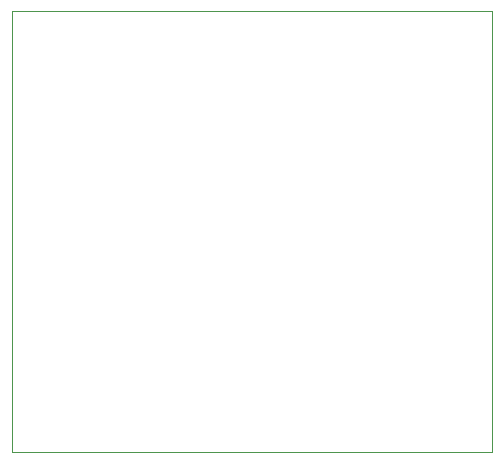
<source format=gm1>
%TF.GenerationSoftware,KiCad,Pcbnew,9.0.0*%
%TF.CreationDate,2025-04-22T08:44:39+02:00*%
%TF.ProjectId,Jornada_keyboard_USB,4a6f726e-6164-4615-9f6b-6579626f6172,rev?*%
%TF.SameCoordinates,Original*%
%TF.FileFunction,Profile,NP*%
%FSLAX46Y46*%
G04 Gerber Fmt 4.6, Leading zero omitted, Abs format (unit mm)*
G04 Created by KiCad (PCBNEW 9.0.0) date 2025-04-22 08:44:39*
%MOMM*%
%LPD*%
G01*
G04 APERTURE LIST*
%TA.AperFunction,Profile*%
%ADD10C,0.050000*%
%TD*%
G04 APERTURE END LIST*
D10*
X22098000Y-16510000D02*
X62738000Y-16510000D01*
X22098000Y-16510000D02*
X22098000Y-53848000D01*
X62738000Y-16510000D02*
X62738000Y-53848000D01*
X62738000Y-53848000D02*
X22098000Y-53848000D01*
M02*

</source>
